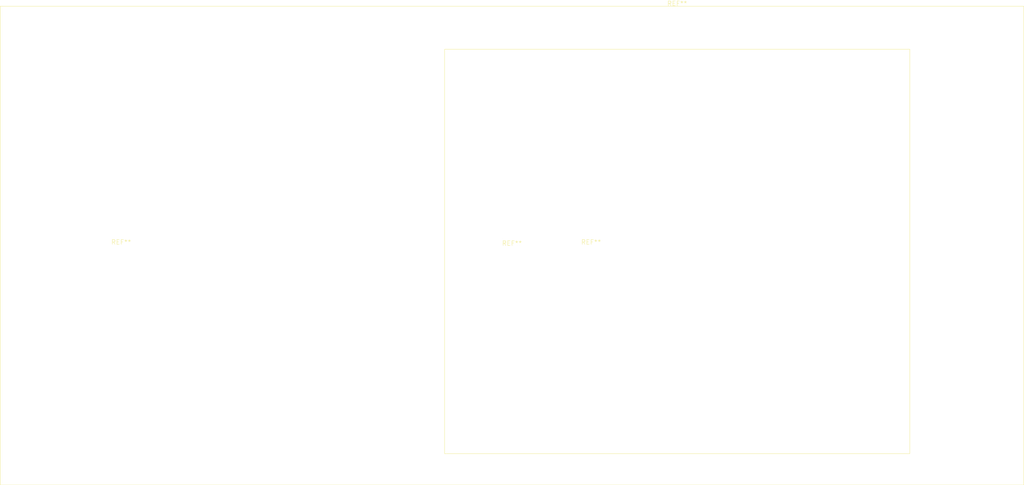
<source format=kicad_pcb>
(kicad_pcb (version 20221018) (generator pcbnew)
  (layers (0 "F.Cu" signal) (31 "B.Cu" signal) (34 "B.Paste" user) (35 "F.Paste" user) (36 "B.SilkS" user "B.Silkscreen") (37 "F.SilkS" user "F.Silkscreen") (38 "B.Mask" user) (39 "F.Mask" user) (44 "Edge.Cuts" user))
  (net 0 "")
  (footprint "GigaVescLibs:LogicBoard" (layer "F.Cu") (at 156 81.5)
    (fp_text reference "REF**" (at 0 -53.34 unlocked) (layer "F.SilkS") (effects (font (thickness 0.1))))
    (fp_text value "LogicBoard")
    (fp_rect (start -50 -43.5) (end 50 43.5) (stroke (width 0.1)) (fill none) (layer "F.SilkS"))
  )
  (footprint "GigaVescLibs:MosfetBoardIXTT220N20X4HV" (layer "F.Cu") (at 137.5 80)
    (fp_text reference "REF**" (at 0 -0.5 unlocked) (layer "F.SilkS") (effects (font (thickness 0.1))))
    (fp_text value "MosfetBoardIXTT220N20X4HV")
  )
  (footprint "GigaVescLibs:PowerBoard" (layer "F.Cu") (at 36.5 80)
    (fp_text reference "REF**" (at 0 -0.5 unlocked) (layer "F.SilkS") (effects (font (thickness 0.1))))
    (fp_text value "PowerBoard")
  )
  (footprint "GigaVescLibs:Hammond1455N2202" (layer "F.Cu") (at 120.5 80.25)
    (fp_text reference "REF**" (at 0 -0.5 unlocked) (layer "F.SilkS") (effects (font (thickness 0.1))))
    (fp_text value "Hammond1455N2202")
    (fp_rect (start -110 -51.5) (end 110 51.5) (stroke (width 0.1)) (fill none) (layer "F.SilkS"))
  )
)
</source>
